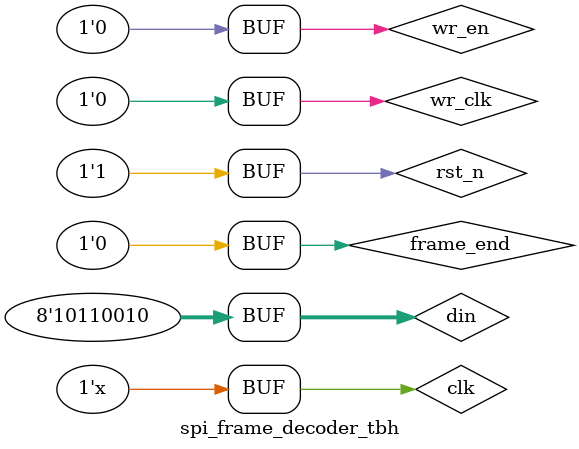
<source format=v>
`timescale 1ns / 1ps

module spi_frame_decoder_tbh();
    reg clk, rst_n;

    reg frame_end;

    wire fifo_rd_en, fifo_clk;

    wire [7:0] fifo_data;
    wire fifo_empty;

    wire frame_ready, frame_error;
    wire [7:0] func_byte, length_byte, param1_byte, param2_byte;


    reg wr_clk;
    reg wr_en;
    reg [7:0] din;
    wire full;

	fifo_generator_0 u1(wr_clk, fifo_clk, din, wr_en, fifo_rd_en, fifo_data, full, fifo_empty);
    spi_frame_decoder u2(clk, rst_n, frame_end, fifo_data, fifo_empty, fifo_clk, fifo_rd_en, frame_ready, frame_error, func_byte, length_byte, param1_byte, param2_byte);

    always #5 clk = ~clk;

    initial begin
        clk = 0;
        rst_n = 0;
        wr_clk = 0;
        wr_en = 0;
        din = 0;
        frame_end = 0;

        #10;
        rst_n = 1;

        #10 wr_en = 1;

        #10 din = 8'h0A;
        #10 wr_clk = 1;
        #10 wr_clk = 0;

        #10 din = 8'hAA;
        #10 wr_clk = 1;
        #10 wr_clk = 0;

        #10 din = 8'h01;
        #10 wr_clk = 1;
        #10 wr_clk = 0;

        #10 din = 8'h00;
        #10 wr_clk = 1;
        #10 wr_clk = 0;

        #10 din = 8'hAB;
        #10 wr_clk = 1;
        #10 wr_clk = 0;


        #10 wr_en = 0;
		
		#10 wr_clk = 1;
        #10 wr_clk = 0;

        #10 frame_end = 1;
        #10 frame_end = 0;

        #300;

        #10 wr_en = 1;

        #10 din = 8'hAA;
        #10 wr_clk = 1;
        #10 wr_clk = 0;
        
        #10 din = 8'h03;
        #10 wr_clk = 1;
        #10 wr_clk = 0;
        
        #10 din = 8'h02;
        #10 wr_clk = 1;
        #10 wr_clk = 0;

        #10 din = 8'h01;
        #10 wr_clk = 1;
        #10 wr_clk = 0;

        #10 din = 8'h02;
        #10 wr_clk = 1;
        #10 wr_clk = 0;
        
        #10 din = 8'hB2;
        #10 wr_clk = 1;
        #10 wr_clk = 0;

        #10 wr_en = 0;
		
		#10 wr_clk = 1;
        #10 wr_clk = 0;

        #10 frame_end = 1;
        #10 frame_end = 0;
    end

endmodule

</source>
